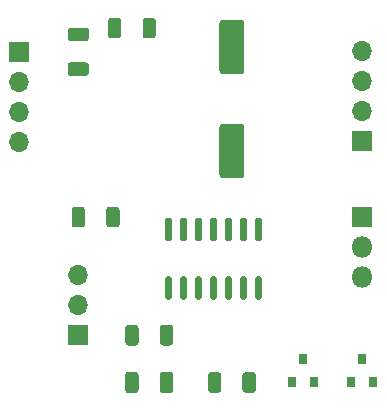
<source format=gbr>
%TF.GenerationSoftware,KiCad,Pcbnew,(5.1.9)-1*%
%TF.CreationDate,2023-08-30T23:21:40+03:00*%
%TF.ProjectId,uSoundGenerator,75536f75-6e64-4476-956e-657261746f72,rev?*%
%TF.SameCoordinates,Original*%
%TF.FileFunction,Soldermask,Top*%
%TF.FilePolarity,Negative*%
%FSLAX46Y46*%
G04 Gerber Fmt 4.6, Leading zero omitted, Abs format (unit mm)*
G04 Created by KiCad (PCBNEW (5.1.9)-1) date 2023-08-30 23:21:40*
%MOMM*%
%LPD*%
G01*
G04 APERTURE LIST*
%ADD10O,1.800000X1.800000*%
%ADD11R,1.800000X1.800000*%
%ADD12R,0.800000X0.900000*%
%ADD13O,1.700000X1.700000*%
%ADD14R,1.700000X1.700000*%
G04 APERTURE END LIST*
%TO.C,U1*%
G36*
G01*
X127800000Y-83025000D02*
X127500000Y-83025000D01*
G75*
G02*
X127350000Y-82875000I0J150000D01*
G01*
X127350000Y-81225000D01*
G75*
G02*
X127500000Y-81075000I150000J0D01*
G01*
X127800000Y-81075000D01*
G75*
G02*
X127950000Y-81225000I0J-150000D01*
G01*
X127950000Y-82875000D01*
G75*
G02*
X127800000Y-83025000I-150000J0D01*
G01*
G37*
G36*
G01*
X129070000Y-83025000D02*
X128770000Y-83025000D01*
G75*
G02*
X128620000Y-82875000I0J150000D01*
G01*
X128620000Y-81225000D01*
G75*
G02*
X128770000Y-81075000I150000J0D01*
G01*
X129070000Y-81075000D01*
G75*
G02*
X129220000Y-81225000I0J-150000D01*
G01*
X129220000Y-82875000D01*
G75*
G02*
X129070000Y-83025000I-150000J0D01*
G01*
G37*
G36*
G01*
X130340000Y-83025000D02*
X130040000Y-83025000D01*
G75*
G02*
X129890000Y-82875000I0J150000D01*
G01*
X129890000Y-81225000D01*
G75*
G02*
X130040000Y-81075000I150000J0D01*
G01*
X130340000Y-81075000D01*
G75*
G02*
X130490000Y-81225000I0J-150000D01*
G01*
X130490000Y-82875000D01*
G75*
G02*
X130340000Y-83025000I-150000J0D01*
G01*
G37*
G36*
G01*
X131610000Y-83025000D02*
X131310000Y-83025000D01*
G75*
G02*
X131160000Y-82875000I0J150000D01*
G01*
X131160000Y-81225000D01*
G75*
G02*
X131310000Y-81075000I150000J0D01*
G01*
X131610000Y-81075000D01*
G75*
G02*
X131760000Y-81225000I0J-150000D01*
G01*
X131760000Y-82875000D01*
G75*
G02*
X131610000Y-83025000I-150000J0D01*
G01*
G37*
G36*
G01*
X132880000Y-83025000D02*
X132580000Y-83025000D01*
G75*
G02*
X132430000Y-82875000I0J150000D01*
G01*
X132430000Y-81225000D01*
G75*
G02*
X132580000Y-81075000I150000J0D01*
G01*
X132880000Y-81075000D01*
G75*
G02*
X133030000Y-81225000I0J-150000D01*
G01*
X133030000Y-82875000D01*
G75*
G02*
X132880000Y-83025000I-150000J0D01*
G01*
G37*
G36*
G01*
X134150000Y-83025000D02*
X133850000Y-83025000D01*
G75*
G02*
X133700000Y-82875000I0J150000D01*
G01*
X133700000Y-81225000D01*
G75*
G02*
X133850000Y-81075000I150000J0D01*
G01*
X134150000Y-81075000D01*
G75*
G02*
X134300000Y-81225000I0J-150000D01*
G01*
X134300000Y-82875000D01*
G75*
G02*
X134150000Y-83025000I-150000J0D01*
G01*
G37*
G36*
G01*
X135420000Y-83025000D02*
X135120000Y-83025000D01*
G75*
G02*
X134970000Y-82875000I0J150000D01*
G01*
X134970000Y-81225000D01*
G75*
G02*
X135120000Y-81075000I150000J0D01*
G01*
X135420000Y-81075000D01*
G75*
G02*
X135570000Y-81225000I0J-150000D01*
G01*
X135570000Y-82875000D01*
G75*
G02*
X135420000Y-83025000I-150000J0D01*
G01*
G37*
G36*
G01*
X135420000Y-87975000D02*
X135120000Y-87975000D01*
G75*
G02*
X134970000Y-87825000I0J150000D01*
G01*
X134970000Y-86175000D01*
G75*
G02*
X135120000Y-86025000I150000J0D01*
G01*
X135420000Y-86025000D01*
G75*
G02*
X135570000Y-86175000I0J-150000D01*
G01*
X135570000Y-87825000D01*
G75*
G02*
X135420000Y-87975000I-150000J0D01*
G01*
G37*
G36*
G01*
X134150000Y-87975000D02*
X133850000Y-87975000D01*
G75*
G02*
X133700000Y-87825000I0J150000D01*
G01*
X133700000Y-86175000D01*
G75*
G02*
X133850000Y-86025000I150000J0D01*
G01*
X134150000Y-86025000D01*
G75*
G02*
X134300000Y-86175000I0J-150000D01*
G01*
X134300000Y-87825000D01*
G75*
G02*
X134150000Y-87975000I-150000J0D01*
G01*
G37*
G36*
G01*
X132880000Y-87975000D02*
X132580000Y-87975000D01*
G75*
G02*
X132430000Y-87825000I0J150000D01*
G01*
X132430000Y-86175000D01*
G75*
G02*
X132580000Y-86025000I150000J0D01*
G01*
X132880000Y-86025000D01*
G75*
G02*
X133030000Y-86175000I0J-150000D01*
G01*
X133030000Y-87825000D01*
G75*
G02*
X132880000Y-87975000I-150000J0D01*
G01*
G37*
G36*
G01*
X131610000Y-87975000D02*
X131310000Y-87975000D01*
G75*
G02*
X131160000Y-87825000I0J150000D01*
G01*
X131160000Y-86175000D01*
G75*
G02*
X131310000Y-86025000I150000J0D01*
G01*
X131610000Y-86025000D01*
G75*
G02*
X131760000Y-86175000I0J-150000D01*
G01*
X131760000Y-87825000D01*
G75*
G02*
X131610000Y-87975000I-150000J0D01*
G01*
G37*
G36*
G01*
X130340000Y-87975000D02*
X130040000Y-87975000D01*
G75*
G02*
X129890000Y-87825000I0J150000D01*
G01*
X129890000Y-86175000D01*
G75*
G02*
X130040000Y-86025000I150000J0D01*
G01*
X130340000Y-86025000D01*
G75*
G02*
X130490000Y-86175000I0J-150000D01*
G01*
X130490000Y-87825000D01*
G75*
G02*
X130340000Y-87975000I-150000J0D01*
G01*
G37*
G36*
G01*
X129070000Y-87975000D02*
X128770000Y-87975000D01*
G75*
G02*
X128620000Y-87825000I0J150000D01*
G01*
X128620000Y-86175000D01*
G75*
G02*
X128770000Y-86025000I150000J0D01*
G01*
X129070000Y-86025000D01*
G75*
G02*
X129220000Y-86175000I0J-150000D01*
G01*
X129220000Y-87825000D01*
G75*
G02*
X129070000Y-87975000I-150000J0D01*
G01*
G37*
G36*
G01*
X127800000Y-87975000D02*
X127500000Y-87975000D01*
G75*
G02*
X127350000Y-87825000I0J150000D01*
G01*
X127350000Y-86175000D01*
G75*
G02*
X127500000Y-86025000I150000J0D01*
G01*
X127800000Y-86025000D01*
G75*
G02*
X127950000Y-86175000I0J-150000D01*
G01*
X127950000Y-87825000D01*
G75*
G02*
X127800000Y-87975000I-150000J0D01*
G01*
G37*
%TD*%
%TO.C,R4*%
G36*
G01*
X125437500Y-65625001D02*
X125437500Y-64374999D01*
G75*
G02*
X125687499Y-64125000I249999J0D01*
G01*
X126312501Y-64125000D01*
G75*
G02*
X126562500Y-64374999I0J-249999D01*
G01*
X126562500Y-65625001D01*
G75*
G02*
X126312501Y-65875000I-249999J0D01*
G01*
X125687499Y-65875000D01*
G75*
G02*
X125437500Y-65625001I0J249999D01*
G01*
G37*
G36*
G01*
X122512500Y-65625001D02*
X122512500Y-64374999D01*
G75*
G02*
X122762499Y-64125000I249999J0D01*
G01*
X123387501Y-64125000D01*
G75*
G02*
X123637500Y-64374999I0J-249999D01*
G01*
X123637500Y-65625001D01*
G75*
G02*
X123387501Y-65875000I-249999J0D01*
G01*
X122762499Y-65875000D01*
G75*
G02*
X122512500Y-65625001I0J249999D01*
G01*
G37*
%TD*%
%TO.C,R3*%
G36*
G01*
X133900000Y-95625001D02*
X133900000Y-94374999D01*
G75*
G02*
X134149999Y-94125000I249999J0D01*
G01*
X134775001Y-94125000D01*
G75*
G02*
X135025000Y-94374999I0J-249999D01*
G01*
X135025000Y-95625001D01*
G75*
G02*
X134775001Y-95875000I-249999J0D01*
G01*
X134149999Y-95875000D01*
G75*
G02*
X133900000Y-95625001I0J249999D01*
G01*
G37*
G36*
G01*
X130975000Y-95625001D02*
X130975000Y-94374999D01*
G75*
G02*
X131224999Y-94125000I249999J0D01*
G01*
X131850001Y-94125000D01*
G75*
G02*
X132100000Y-94374999I0J-249999D01*
G01*
X132100000Y-95625001D01*
G75*
G02*
X131850001Y-95875000I-249999J0D01*
G01*
X131224999Y-95875000D01*
G75*
G02*
X130975000Y-95625001I0J249999D01*
G01*
G37*
%TD*%
%TO.C,R2*%
G36*
G01*
X122362500Y-81625001D02*
X122362500Y-80374999D01*
G75*
G02*
X122612499Y-80125000I249999J0D01*
G01*
X123237501Y-80125000D01*
G75*
G02*
X123487500Y-80374999I0J-249999D01*
G01*
X123487500Y-81625001D01*
G75*
G02*
X123237501Y-81875000I-249999J0D01*
G01*
X122612499Y-81875000D01*
G75*
G02*
X122362500Y-81625001I0J249999D01*
G01*
G37*
G36*
G01*
X119437500Y-81625001D02*
X119437500Y-80374999D01*
G75*
G02*
X119687499Y-80125000I249999J0D01*
G01*
X120312501Y-80125000D01*
G75*
G02*
X120562500Y-80374999I0J-249999D01*
G01*
X120562500Y-81625001D01*
G75*
G02*
X120312501Y-81875000I-249999J0D01*
G01*
X119687499Y-81875000D01*
G75*
G02*
X119437500Y-81625001I0J249999D01*
G01*
G37*
%TD*%
%TO.C,R1*%
G36*
G01*
X126900000Y-91625001D02*
X126900000Y-90374999D01*
G75*
G02*
X127149999Y-90125000I249999J0D01*
G01*
X127775001Y-90125000D01*
G75*
G02*
X128025000Y-90374999I0J-249999D01*
G01*
X128025000Y-91625001D01*
G75*
G02*
X127775001Y-91875000I-249999J0D01*
G01*
X127149999Y-91875000D01*
G75*
G02*
X126900000Y-91625001I0J249999D01*
G01*
G37*
G36*
G01*
X123975000Y-91625001D02*
X123975000Y-90374999D01*
G75*
G02*
X124224999Y-90125000I249999J0D01*
G01*
X124850001Y-90125000D01*
G75*
G02*
X125100000Y-90374999I0J-249999D01*
G01*
X125100000Y-91625001D01*
G75*
G02*
X124850001Y-91875000I-249999J0D01*
G01*
X124224999Y-91875000D01*
G75*
G02*
X123975000Y-91625001I0J249999D01*
G01*
G37*
%TD*%
D10*
%TO.C,Q3*%
X144000000Y-86080000D03*
X144000000Y-83540000D03*
D11*
X144000000Y-81000000D03*
%TD*%
D12*
%TO.C,Q2*%
X144000000Y-93000000D03*
X144950000Y-95000000D03*
X143050000Y-95000000D03*
%TD*%
%TO.C,Q1*%
X139000000Y-93000000D03*
X139950000Y-95000000D03*
X138050000Y-95000000D03*
%TD*%
D13*
%TO.C,J3*%
X144000000Y-66920000D03*
X144000000Y-69460000D03*
X144000000Y-72000000D03*
D14*
X144000000Y-74540000D03*
%TD*%
D13*
%TO.C,J2*%
X120000000Y-85920000D03*
X120000000Y-88460000D03*
D14*
X120000000Y-91000000D03*
%TD*%
D13*
%TO.C,J1*%
X115000000Y-74620000D03*
X115000000Y-72080000D03*
X115000000Y-69540000D03*
D14*
X115000000Y-67000000D03*
%TD*%
%TO.C,C3*%
G36*
G01*
X132200000Y-73100000D02*
X133800000Y-73100000D01*
G75*
G02*
X134050000Y-73350000I0J-250000D01*
G01*
X134050000Y-77450000D01*
G75*
G02*
X133800000Y-77700000I-250000J0D01*
G01*
X132200000Y-77700000D01*
G75*
G02*
X131950000Y-77450000I0J250000D01*
G01*
X131950000Y-73350000D01*
G75*
G02*
X132200000Y-73100000I250000J0D01*
G01*
G37*
G36*
G01*
X132200000Y-64300000D02*
X133800000Y-64300000D01*
G75*
G02*
X134050000Y-64550000I0J-250000D01*
G01*
X134050000Y-68650000D01*
G75*
G02*
X133800000Y-68900000I-250000J0D01*
G01*
X132200000Y-68900000D01*
G75*
G02*
X131950000Y-68650000I0J250000D01*
G01*
X131950000Y-64550000D01*
G75*
G02*
X132200000Y-64300000I250000J0D01*
G01*
G37*
%TD*%
%TO.C,C2*%
G36*
G01*
X119349999Y-67900000D02*
X120650001Y-67900000D01*
G75*
G02*
X120900000Y-68149999I0J-249999D01*
G01*
X120900000Y-68800001D01*
G75*
G02*
X120650001Y-69050000I-249999J0D01*
G01*
X119349999Y-69050000D01*
G75*
G02*
X119100000Y-68800001I0J249999D01*
G01*
X119100000Y-68149999D01*
G75*
G02*
X119349999Y-67900000I249999J0D01*
G01*
G37*
G36*
G01*
X119349999Y-64950000D02*
X120650001Y-64950000D01*
G75*
G02*
X120900000Y-65199999I0J-249999D01*
G01*
X120900000Y-65850001D01*
G75*
G02*
X120650001Y-66100000I-249999J0D01*
G01*
X119349999Y-66100000D01*
G75*
G02*
X119100000Y-65850001I0J249999D01*
G01*
X119100000Y-65199999D01*
G75*
G02*
X119349999Y-64950000I249999J0D01*
G01*
G37*
%TD*%
%TO.C,C1*%
G36*
G01*
X126900000Y-95650001D02*
X126900000Y-94349999D01*
G75*
G02*
X127149999Y-94100000I249999J0D01*
G01*
X127800001Y-94100000D01*
G75*
G02*
X128050000Y-94349999I0J-249999D01*
G01*
X128050000Y-95650001D01*
G75*
G02*
X127800001Y-95900000I-249999J0D01*
G01*
X127149999Y-95900000D01*
G75*
G02*
X126900000Y-95650001I0J249999D01*
G01*
G37*
G36*
G01*
X123950000Y-95650001D02*
X123950000Y-94349999D01*
G75*
G02*
X124199999Y-94100000I249999J0D01*
G01*
X124850001Y-94100000D01*
G75*
G02*
X125100000Y-94349999I0J-249999D01*
G01*
X125100000Y-95650001D01*
G75*
G02*
X124850001Y-95900000I-249999J0D01*
G01*
X124199999Y-95900000D01*
G75*
G02*
X123950000Y-95650001I0J249999D01*
G01*
G37*
%TD*%
M02*

</source>
